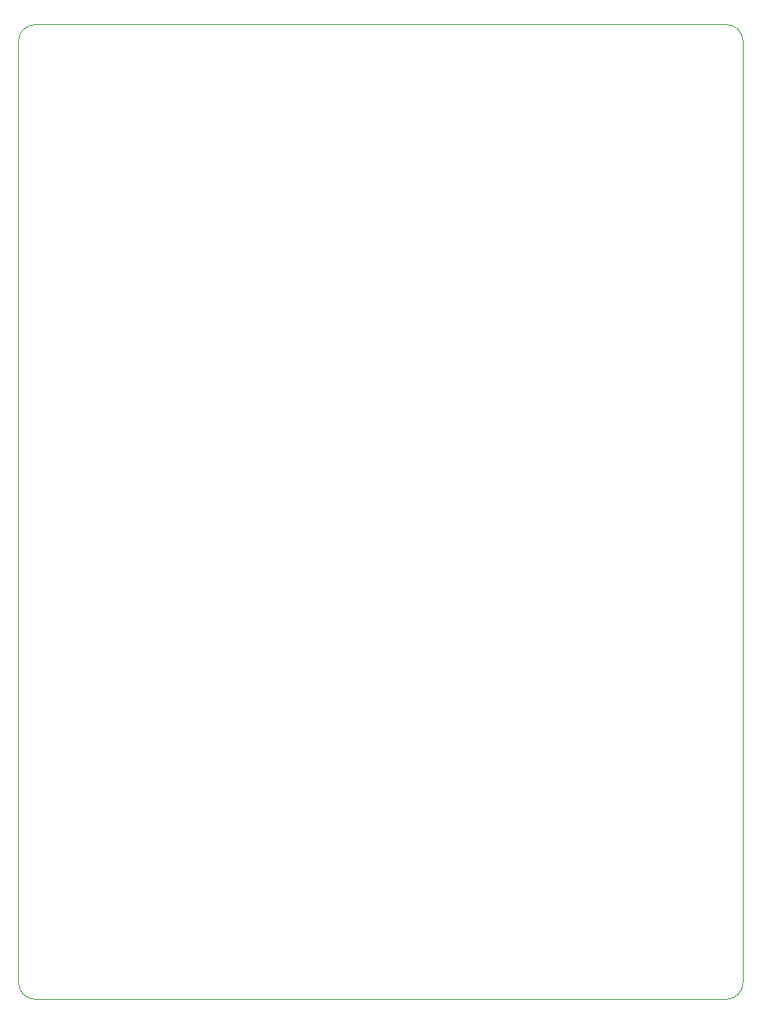
<source format=gbr>
%TF.GenerationSoftware,KiCad,Pcbnew,9.0.3*%
%TF.CreationDate,2025-08-01T09:54:24-04:00*%
%TF.ProjectId,ECG,4543472e-6b69-4636-9164-5f7063625858,rev?*%
%TF.SameCoordinates,Original*%
%TF.FileFunction,Profile,NP*%
%FSLAX46Y46*%
G04 Gerber Fmt 4.6, Leading zero omitted, Abs format (unit mm)*
G04 Created by KiCad (PCBNEW 9.0.3) date 2025-08-01 09:54:24*
%MOMM*%
%LPD*%
G01*
G04 APERTURE LIST*
%TA.AperFunction,Profile*%
%ADD10C,0.050000*%
%TD*%
G04 APERTURE END LIST*
D10*
X173355000Y-132080000D02*
G75*
G02*
X171450000Y-133985000I-1905000J0D01*
G01*
X93980000Y-24765000D02*
X171450000Y-24765000D01*
X171450000Y-24765000D02*
G75*
G02*
X173355000Y-26670000I0J-1905000D01*
G01*
X93980000Y-133985000D02*
G75*
G02*
X92075000Y-132080000I0J1905000D01*
G01*
X173355000Y-26670000D02*
X173355000Y-132080000D01*
X171450000Y-133985000D02*
X93980000Y-133985000D01*
X92075000Y-26670000D02*
G75*
G02*
X93980000Y-24765000I1905000J0D01*
G01*
X92075000Y-132080000D02*
X92075000Y-26670000D01*
M02*

</source>
